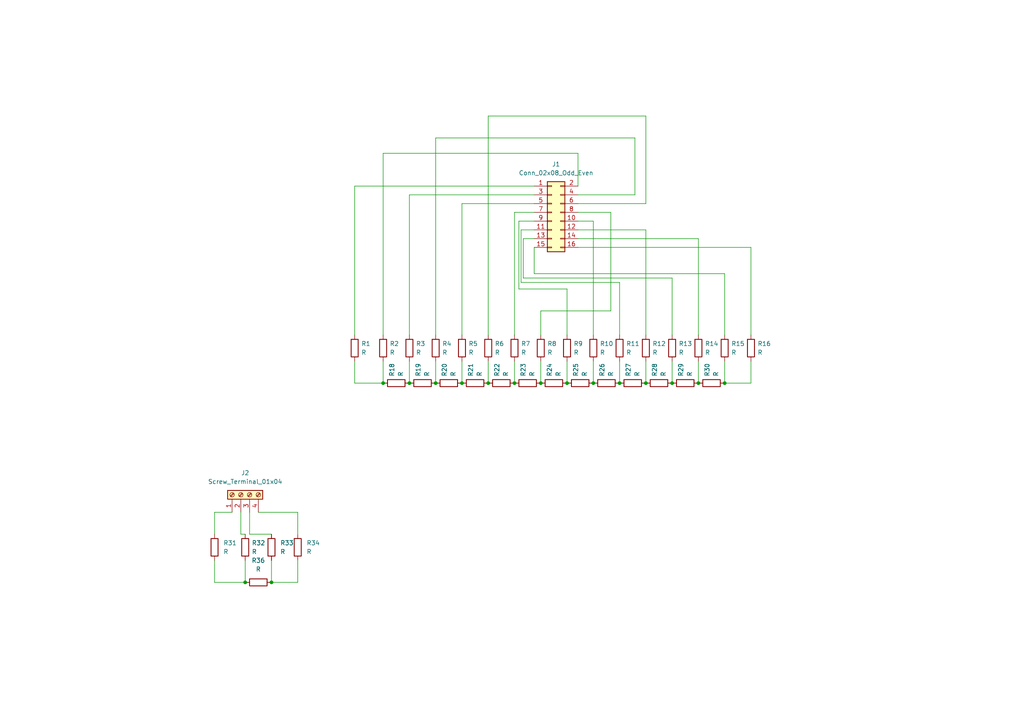
<source format=kicad_sch>
(kicad_sch (version 20231120) (generator "eeschema") (generator_version "8.0")
  (paper "A4")
  (lib_symbols
    (symbol "Connector:Screw_Terminal_01x04" (pin_names (offset 1.016) hide)
      (property "Reference" "J" (at 0 5.08 0))
      (property "Value" "Screw_Terminal_01x04" (at 0 -7.62 0))
      (symbol "Screw_Terminal_01x04_1_1"
        (rectangle (start -1.27 3.81) (end 1.27 -6.35) (stroke (width 0.254)) (fill (type background)))
        (circle (center 0 -5.08) (radius 0.635) (stroke (width 0.1524)))
        (circle (center 0 -2.54) (radius 0.635) (stroke (width 0.1524)))
        (polyline (pts (xy -0.5334 -4.7498) (xy 0.3302 -5.588)) (stroke (width 0.1524)))
        (polyline (pts (xy -0.5334 -2.2098) (xy 0.3302 -3.048)) (stroke (width 0.1524)))
        (polyline (pts (xy -0.5334 0.3302) (xy 0.3302 -0.508)) (stroke (width 0.1524)))
        (polyline (pts (xy -0.5334 2.8702) (xy 0.3302 2.032)) (stroke (width 0.1524)))
        (polyline (pts (xy -0.3556 -4.572) (xy 0.508 -5.4102)) (stroke (width 0.1524)))
        (polyline (pts (xy -0.3556 -2.032) (xy 0.508 -2.8702)) (stroke (width 0.1524)))
        (polyline (pts (xy -0.3556 0.508) (xy 0.508 -0.3302)) (stroke (width 0.1524)))
        (polyline (pts (xy -0.3556 3.048) (xy 0.508 2.2098)) (stroke (width 0.1524)))
        (circle (center 0 0) (radius 0.635) (stroke (width 0.1524)))
        (circle (center 0 2.54) (radius 0.635) (stroke (width 0.1524)))
        (pin passive line (at -5.08 2.54 0) (length 3.81) (name "Pin_1") (number "1"))
        (pin passive line (at -5.08 0 0) (length 3.81) (name "Pin_2") (number "2"))
        (pin passive line (at -5.08 -2.54 0) (length 3.81) (name "Pin_3") (number "3"))
        (pin passive line (at -5.08 -5.08 0) (length 3.81) (name "Pin_4") (number "4"))
      )
    )
    (symbol "Connector_Generic:Conn_02x08_Odd_Even" (pin_names (offset 1.016) hide)
      (property "Reference" "J" (at 1.27 10.16 0))
      (property "Value" "Conn_02x08_Odd_Even" (at 1.27 -12.7 0))
      (symbol "Conn_02x08_Odd_Even_1_1"
        (rectangle (start -1.27 -10.033) (end 0 -10.287) (stroke (width 0.1524)))
        (rectangle (start -1.27 -7.493) (end 0 -7.747) (stroke (width 0.1524)))
        (rectangle (start -1.27 -4.953) (end 0 -5.207) (stroke (width 0.1524)))
        (rectangle (start -1.27 -2.413) (end 0 -2.667) (stroke (width 0.1524)))
        (rectangle (start -1.27 0.127) (end 0 -0.127) (stroke (width 0.1524)))
        (rectangle (start -1.27 2.667) (end 0 2.413) (stroke (width 0.1524)))
        (rectangle (start -1.27 5.207) (end 0 4.953) (stroke (width 0.1524)))
        (rectangle (start -1.27 7.747) (end 0 7.493) (stroke (width 0.1524)))
        (rectangle (start -1.27 8.89) (end 3.81 -11.43) (stroke (width 0.254)) (fill (type background)))
        (rectangle (start 3.81 -10.033) (end 2.54 -10.287) (stroke (width 0.1524)))
        (rectangle (start 3.81 -7.493) (end 2.54 -7.747) (stroke (width 0.1524)))
        (rectangle (start 3.81 -4.953) (end 2.54 -5.207) (stroke (width 0.1524)))
        (rectangle (start 3.81 -2.413) (end 2.54 -2.667) (stroke (width 0.1524)))
        (rectangle (start 3.81 0.127) (end 2.54 -0.127) (stroke (width 0.1524)))
        (rectangle (start 3.81 2.667) (end 2.54 2.413) (stroke (width 0.1524)))
        (rectangle (start 3.81 5.207) (end 2.54 4.953) (stroke (width 0.1524)))
        (rectangle (start 3.81 7.747) (end 2.54 7.493) (stroke (width 0.1524)))
        (pin passive line (at -5.08 7.62 0) (length 3.81) (name "Pin_1") (number "1"))
        (pin passive line (at 7.62 -2.54 180) (length 3.81) (name "Pin_10") (number "10"))
        (pin passive line (at -5.08 -5.08 0) (length 3.81) (name "Pin_11") (number "11"))
        (pin passive line (at 7.62 -5.08 180) (length 3.81) (name "Pin_12") (number "12"))
        (pin passive line (at -5.08 -7.62 0) (length 3.81) (name "Pin_13") (number "13"))
        (pin passive line (at 7.62 -7.62 180) (length 3.81) (name "Pin_14") (number "14"))
        (pin passive line (at -5.08 -10.16 0) (length 3.81) (name "Pin_15") (number "15"))
        (pin passive line (at 7.62 -10.16 180) (length 3.81) (name "Pin_16") (number "16"))
        (pin passive line (at 7.62 7.62 180) (length 3.81) (name "Pin_2") (number "2"))
        (pin passive line (at -5.08 5.08 0) (length 3.81) (name "Pin_3") (number "3"))
        (pin passive line (at 7.62 5.08 180) (length 3.81) (name "Pin_4") (number "4"))
        (pin passive line (at -5.08 2.54 0) (length 3.81) (name "Pin_5") (number "5"))
        (pin passive line (at 7.62 2.54 180) (length 3.81) (name "Pin_6") (number "6"))
        (pin passive line (at -5.08 0 0) (length 3.81) (name "Pin_7") (number "7"))
        (pin passive line (at 7.62 0 180) (length 3.81) (name "Pin_8") (number "8"))
        (pin passive line (at -5.08 -2.54 0) (length 3.81) (name "Pin_9") (number "9"))
      )
    )
    (symbol "Device:R" (pin_numbers hide) (pin_names (offset 0))
      (property "Reference" "R" (at 2.032 0 90))
      (property "Value" "R" (at 0 0 90))
      (symbol "R_0_1"
        (rectangle (start -1.016 -2.54) (end 1.016 2.54) (stroke (width 0.254)))
      )
      (symbol "R_1_1"
        (pin passive line (at 0 3.81 270) (length 1.27) (name "~") (number "1"))
        (pin passive line (at 0 -3.81 90) (length 1.27) (name "~") (number "2"))
      )
    )
  )
  (junction (at 133.985 111.125))
  (junction (at 172.085 111.125))
  (junction (at 126.365 111.125))
  (junction (at 71.12 168.91))
  (junction (at 156.845 111.125))
  (junction (at 78.74 168.91))
  (junction (at 194.945 111.125))
  (junction (at 111.125 111.125))
  (junction (at 210.185 111.125))
  (junction (at 141.605 111.125))
  (junction (at 118.745 111.125))
  (junction (at 179.705 111.125))
  (junction (at 187.325 111.125))
  (junction (at 149.225 111.125))
  (junction (at 164.465 111.125))
  (junction (at 202.565 111.125))
  (wire (pts (xy 202.565 111.125) (xy 202.565 104.775)))
  (wire (pts (xy 150.495 64.135) (xy 150.495 83.82)))
  (wire (pts (xy 62.23 168.91) (xy 62.23 162.56)))
  (wire (pts (xy 102.87 111.125) (xy 102.87 104.775)))
  (wire (pts (xy 149.225 111.125) (xy 149.225 104.775)))
  (wire (pts (xy 86.36 148.59) (xy 74.93 148.59)))
  (wire (pts (xy 154.94 53.975) (xy 102.87 53.975)))
  (wire (pts (xy 179.705 81.915) (xy 179.705 97.155)))
  (wire (pts (xy 167.64 53.975) (xy 167.64 44.45)))
  (wire (pts (xy 164.465 83.82) (xy 164.465 97.155)))
  (wire (pts (xy 141.605 33.655) (xy 141.605 97.155)))
  (wire (pts (xy 154.94 64.135) (xy 150.495 64.135)))
  (wire (pts (xy 172.085 97.155) (xy 172.085 64.135)))
  (wire (pts (xy 102.87 111.125) (xy 111.125 111.125)))
  (wire (pts (xy 154.94 71.755) (xy 154.94 79.375)))
  (wire (pts (xy 167.64 66.675) (xy 187.325 66.675)))
  (wire (pts (xy 217.805 71.755) (xy 217.805 97.155)))
  (wire (pts (xy 210.185 111.125) (xy 217.805 111.125)))
  (wire (pts (xy 78.74 168.91) (xy 86.36 168.91)))
  (wire (pts (xy 154.94 61.595) (xy 149.225 61.595)))
  (wire (pts (xy 62.23 154.94) (xy 62.23 148.59)))
  (wire (pts (xy 154.94 56.515) (xy 118.745 56.515)))
  (wire (pts (xy 187.325 66.675) (xy 187.325 97.155)))
  (wire (pts (xy 154.94 66.675) (xy 151.13 66.675)))
  (wire (pts (xy 156.845 111.125) (xy 156.845 104.775)))
  (wire (pts (xy 167.64 71.755) (xy 217.805 71.755)))
  (wire (pts (xy 118.745 111.125) (xy 118.745 104.775)))
  (wire (pts (xy 86.36 154.94) (xy 86.36 148.59)))
  (wire (pts (xy 69.85 154.94) (xy 71.12 154.94)))
  (wire (pts (xy 210.185 79.375) (xy 210.185 97.155)))
  (wire (pts (xy 187.325 111.125) (xy 187.325 104.775)))
  (wire (pts (xy 167.64 69.215) (xy 202.565 69.215)))
  (wire (pts (xy 194.945 111.125) (xy 194.945 104.775)))
  (wire (pts (xy 167.64 44.45) (xy 111.125 44.45)))
  (wire (pts (xy 151.13 66.675) (xy 151.13 81.915)))
  (wire (pts (xy 141.605 111.125) (xy 141.605 104.775)))
  (wire (pts (xy 167.64 59.055) (xy 187.325 59.055)))
  (wire (pts (xy 210.185 111.125) (xy 210.185 104.775)))
  (wire (pts (xy 133.985 59.055) (xy 133.985 97.155)))
  (wire (pts (xy 164.465 111.125) (xy 164.465 104.775)))
  (wire (pts (xy 78.74 168.91) (xy 78.74 162.56)))
  (wire (pts (xy 154.94 59.055) (xy 133.985 59.055)))
  (wire (pts (xy 111.125 44.45) (xy 111.125 97.155)))
  (wire (pts (xy 126.365 40.005) (xy 126.365 97.155)))
  (wire (pts (xy 177.165 90.17) (xy 156.845 90.17)))
  (wire (pts (xy 62.23 168.91) (xy 71.12 168.91)))
  (wire (pts (xy 118.745 56.515) (xy 118.745 97.155)))
  (wire (pts (xy 151.13 81.915) (xy 179.705 81.915)))
  (wire (pts (xy 71.12 162.56) (xy 71.12 168.91)))
  (wire (pts (xy 202.565 69.215) (xy 202.565 97.155)))
  (wire (pts (xy 217.805 111.125) (xy 217.805 104.775)))
  (wire (pts (xy 167.64 56.515) (xy 184.15 56.515)))
  (wire (pts (xy 154.94 79.375) (xy 210.185 79.375)))
  (wire (pts (xy 151.765 80.645) (xy 194.945 80.645)))
  (wire (pts (xy 194.945 80.645) (xy 194.945 97.155)))
  (wire (pts (xy 184.15 56.515) (xy 184.15 40.005)))
  (wire (pts (xy 184.15 40.005) (xy 126.365 40.005)))
  (wire (pts (xy 111.125 104.775) (xy 111.125 111.125)))
  (wire (pts (xy 172.085 111.125) (xy 172.085 104.775)))
  (wire (pts (xy 151.765 69.215) (xy 151.765 80.645)))
  (wire (pts (xy 126.365 111.125) (xy 126.365 104.775)))
  (wire (pts (xy 150.495 83.82) (xy 164.465 83.82)))
  (wire (pts (xy 154.94 69.215) (xy 151.765 69.215)))
  (wire (pts (xy 86.36 168.91) (xy 86.36 162.56)))
  (wire (pts (xy 187.325 33.655) (xy 141.605 33.655)))
  (wire (pts (xy 72.39 148.59) (xy 72.39 154.94)))
  (wire (pts (xy 102.87 53.975) (xy 102.87 97.155)))
  (wire (pts (xy 177.165 61.595) (xy 177.165 90.17)))
  (wire (pts (xy 167.64 61.595) (xy 177.165 61.595)))
  (wire (pts (xy 156.845 90.17) (xy 156.845 97.155)))
  (wire (pts (xy 62.23 148.59) (xy 67.31 148.59)))
  (wire (pts (xy 172.085 64.135) (xy 167.64 64.135)))
  (wire (pts (xy 179.705 111.125) (xy 179.705 104.775)))
  (wire (pts (xy 133.985 111.125) (xy 133.985 104.775)))
  (wire (pts (xy 187.325 59.055) (xy 187.325 33.655)))
  (wire (pts (xy 69.85 148.59) (xy 69.85 154.94)))
  (wire (pts (xy 149.225 61.595) (xy 149.225 97.155)))
  (wire (pts (xy 72.39 154.94) (xy 78.74 154.94)))
  (symbol (lib_id "Device:R") (at 71.12 158.75 0) (unit 1)
    (property "Reference" "R32" (at 73.025 157.48 0) (effects (justify left)))
    (property "Value" "R" (at 73.025 160.02 0) (effects (justify left)))
    (property "Footprint" "Resistor_THT:R_Axial_DIN0207_L6.3mm_D2.5mm_P7.62mm_Horizontal" (effects (hide yes)))
  )
  (symbol (lib_id "Connector_Generic:Conn_02x08_Odd_Even") (at 160.02 61.595 0) (unit 1)
    (property "Reference" "J1" (at 161.29 47.625 0))
    (property "Value" "Conn_02x08_Odd_Even" (at 161.29 50.165 0))
    (property "Footprint" "Connector_IDC:IDC-Header_2x08_P2.54mm_Vertical" (effects (hide yes)))
  )
  (symbol (lib_id "Device:R") (at 198.755 111.125 90) (unit 1)
    (property "Reference" "R29" (at 197.485 109.22 0) (effects (justify left)))
    (property "Value" "R" (at 200.025 109.22 0) (effects (justify left)))
    (property "Footprint" "Resistor_THT:R_Axial_DIN0207_L6.3mm_D2.5mm_P7.62mm_Horizontal" (effects (hide yes)))
  )
  (symbol (lib_id "Device:R") (at 217.805 100.965 0) (unit 1)
    (property "Reference" "R16" (at 219.71 99.695 0) (effects (justify left)))
    (property "Value" "R" (at 219.71 102.235 0) (effects (justify left)))
    (property "Footprint" "Resistor_THT:R_Axial_DIN0207_L6.3mm_D2.5mm_P7.62mm_Horizontal" (effects (hide yes)))
  )
  (symbol (lib_id "Device:R") (at 130.175 111.125 90) (unit 1)
    (property "Reference" "R20" (at 128.905 109.22 0) (effects (justify left)))
    (property "Value" "R" (at 131.445 109.22 0) (effects (justify left)))
    (property "Footprint" "Resistor_THT:R_Axial_DIN0207_L6.3mm_D2.5mm_P7.62mm_Horizontal" (effects (hide yes)))
  )
  (symbol (lib_id "Device:R") (at 179.705 100.965 0) (unit 1)
    (property "Reference" "R11" (at 181.61 99.695 0) (effects (justify left)))
    (property "Value" "R" (at 181.61 102.235 0) (effects (justify left)))
    (property "Footprint" "Resistor_THT:R_Axial_DIN0207_L6.3mm_D2.5mm_P7.62mm_Horizontal" (effects (hide yes)))
  )
  (symbol (lib_id "Device:R") (at 156.845 100.965 0) (unit 1)
    (property "Reference" "R8" (at 158.75 99.695 0) (effects (justify left)))
    (property "Value" "R" (at 158.75 102.235 0) (effects (justify left)))
    (property "Footprint" "Resistor_THT:R_Axial_DIN0207_L6.3mm_D2.5mm_P7.62mm_Horizontal" (effects (hide yes)))
  )
  (symbol (lib_id "Device:R") (at 172.085 100.965 0) (unit 1)
    (property "Reference" "R10" (at 173.99 99.695 0) (effects (justify left)))
    (property "Value" "R" (at 173.99 102.235 0) (effects (justify left)))
    (property "Footprint" "Resistor_THT:R_Axial_DIN0207_L6.3mm_D2.5mm_P7.62mm_Horizontal" (effects (hide yes)))
  )
  (symbol (lib_id "Device:R") (at 133.985 100.965 0) (unit 1)
    (property "Reference" "R5" (at 135.89 99.695 0) (effects (justify left)))
    (property "Value" "R" (at 135.89 102.235 0) (effects (justify left)))
    (property "Footprint" "Resistor_THT:R_Axial_DIN0207_L6.3mm_D2.5mm_P7.62mm_Horizontal" (effects (hide yes)))
  )
  (symbol (lib_id "Device:R") (at 126.365 100.965 0) (unit 1)
    (property "Reference" "R4" (at 128.27 99.695 0) (effects (justify left)))
    (property "Value" "R" (at 128.27 102.235 0) (effects (justify left)))
    (property "Footprint" "Resistor_THT:R_Axial_DIN0207_L6.3mm_D2.5mm_P7.62mm_Horizontal" (effects (hide yes)))
  )
  (symbol (lib_id "Device:R") (at 62.23 158.75 0) (unit 1)
    (property "Reference" "R31" (at 64.77 157.4799 0) (effects (justify left)))
    (property "Value" "R" (at 64.77 160.0199 0) (effects (justify left)))
    (property "Footprint" "Resistor_THT:R_Axial_DIN0207_L6.3mm_D2.5mm_P7.62mm_Horizontal" (effects (hide yes)))
  )
  (symbol (lib_id "Device:R") (at 118.745 100.965 0) (unit 1)
    (property "Reference" "R3" (at 120.65 99.695 0) (effects (justify left)))
    (property "Value" "R" (at 120.65 102.235 0) (effects (justify left)))
    (property "Footprint" "Resistor_THT:R_Axial_DIN0207_L6.3mm_D2.5mm_P7.62mm_Horizontal" (effects (hide yes)))
  )
  (symbol (lib_id "Device:R") (at 78.74 158.75 0) (unit 1)
    (property "Reference" "R33" (at 81.28 157.4799 0) (effects (justify left)))
    (property "Value" "R" (at 81.28 160.0199 0) (effects (justify left)))
    (property "Footprint" "Resistor_THT:R_Axial_DIN0207_L6.3mm_D2.5mm_P7.62mm_Horizontal" (effects (hide yes)))
  )
  (symbol (lib_id "Device:R") (at 153.035 111.125 90) (unit 1)
    (property "Reference" "R23" (at 151.765 109.22 0) (effects (justify left)))
    (property "Value" "R" (at 154.305 109.22 0) (effects (justify left)))
    (property "Footprint" "Resistor_THT:R_Axial_DIN0207_L6.3mm_D2.5mm_P7.62mm_Horizontal" (effects (hide yes)))
  )
  (symbol (lib_id "Device:R") (at 149.225 100.965 0) (unit 1)
    (property "Reference" "R7" (at 151.13 99.695 0) (effects (justify left)))
    (property "Value" "R" (at 151.13 102.235 0) (effects (justify left)))
    (property "Footprint" "Resistor_THT:R_Axial_DIN0207_L6.3mm_D2.5mm_P7.62mm_Horizontal" (effects (hide yes)))
  )
  (symbol (lib_id "Device:R") (at 194.945 100.965 0) (unit 1)
    (property "Reference" "R13" (at 196.85 99.695 0) (effects (justify left)))
    (property "Value" "R" (at 196.85 102.235 0) (effects (justify left)))
    (property "Footprint" "Resistor_THT:R_Axial_DIN0207_L6.3mm_D2.5mm_P7.62mm_Horizontal" (effects (hide yes)))
  )
  (symbol (lib_id "Device:R") (at 206.375 111.125 90) (unit 1)
    (property "Reference" "R30" (at 205.105 109.22 0) (effects (justify left)))
    (property "Value" "R" (at 207.645 109.22 0) (effects (justify left)))
    (property "Footprint" "Resistor_THT:R_Axial_DIN0207_L6.3mm_D2.5mm_P7.62mm_Horizontal" (effects (hide yes)))
  )
  (symbol (lib_id "Device:R") (at 210.185 100.965 0) (unit 1)
    (property "Reference" "R15" (at 212.09 99.695 0) (effects (justify left)))
    (property "Value" "R" (at 212.09 102.235 0) (effects (justify left)))
    (property "Footprint" "Resistor_THT:R_Axial_DIN0207_L6.3mm_D2.5mm_P7.62mm_Horizontal" (effects (hide yes)))
  )
  (symbol (lib_id "Device:R") (at 137.795 111.125 90) (unit 1)
    (property "Reference" "R21" (at 136.525 109.22 0) (effects (justify left)))
    (property "Value" "R" (at 139.065 109.22 0) (effects (justify left)))
    (property "Footprint" "Resistor_THT:R_Axial_DIN0207_L6.3mm_D2.5mm_P7.62mm_Horizontal" (effects (hide yes)))
  )
  (symbol (lib_id "Connector:Screw_Terminal_01x04") (at 69.85 143.51 90) (unit 1)
    (property "Reference" "J2" (at 71.12 137.16 90))
    (property "Value" "Screw_Terminal_01x04" (at 71.12 139.7 90))
    (property "Footprint" "TerminalBlock_Phoenix:TerminalBlock_Phoenix_MKDS-3-4-5.08_1x04_P5.08mm_Horizontal" (effects (hide yes)))
    (property "Description" "Generic screw terminal, single row, 01x04, script generated (kicad-library-utils/schlib/autogen/connector/)" (effects (hide yes)))
  )
  (symbol (lib_id "Device:R") (at 111.125 100.965 0) (unit 1)
    (property "Reference" "R2" (at 113.03 99.695 0) (effects (justify left)))
    (property "Value" "R" (at 113.03 102.235 0) (effects (justify left)))
    (property "Footprint" "Resistor_THT:R_Axial_DIN0207_L6.3mm_D2.5mm_P7.62mm_Horizontal" (effects (hide yes)))
  )
  (symbol (lib_id "Device:R") (at 102.87 100.965 0) (unit 1)
    (property "Reference" "R1" (at 104.775 99.695 0) (effects (justify left)))
    (property "Value" "R" (at 104.775 102.235 0) (effects (justify left)))
    (property "Footprint" "Resistor_THT:R_Axial_DIN0207_L6.3mm_D2.5mm_P7.62mm_Horizontal" (effects (hide yes)))
  )
  (symbol (lib_id "Device:R") (at 183.515 111.125 90) (unit 1)
    (property "Reference" "R27" (at 182.245 109.22 0) (effects (justify left)))
    (property "Value" "R" (at 184.785 109.22 0) (effects (justify left)))
    (property "Footprint" "Resistor_THT:R_Axial_DIN0207_L6.3mm_D2.5mm_P7.62mm_Horizontal" (effects (hide yes)))
  )
  (symbol (lib_id "Device:R") (at 168.275 111.125 90) (unit 1)
    (property "Reference" "R25" (at 167.005 109.22 0) (effects (justify left)))
    (property "Value" "R" (at 169.545 109.22 0) (effects (justify left)))
    (property "Footprint" "Resistor_THT:R_Axial_DIN0207_L6.3mm_D2.5mm_P7.62mm_Horizontal" (effects (hide yes)))
  )
  (symbol (lib_id "Device:R") (at 74.93 168.91 90) (unit 1)
    (property "Reference" "R36" (at 74.93 162.56 90))
    (property "Value" "R" (at 74.93 165.1 90))
    (property "Footprint" "Resistor_THT:R_Axial_DIN0207_L6.3mm_D2.5mm_P7.62mm_Horizontal" (effects (hide yes)))
  )
  (symbol (lib_id "Device:R") (at 175.895 111.125 90) (unit 1)
    (property "Reference" "R26" (at 174.625 109.22 0) (effects (justify left)))
    (property "Value" "R" (at 177.165 109.22 0) (effects (justify left)))
    (property "Footprint" "Resistor_THT:R_Axial_DIN0207_L6.3mm_D2.5mm_P7.62mm_Horizontal" (effects (hide yes)))
  )
  (symbol (lib_id "Device:R") (at 114.935 111.125 90) (unit 1)
    (property "Reference" "R18" (at 113.665 109.22 0) (effects (justify left)))
    (property "Value" "R" (at 116.205 109.22 0) (effects (justify left)))
    (property "Footprint" "Resistor_THT:R_Axial_DIN0207_L6.3mm_D2.5mm_P7.62mm_Horizontal" (effects (hide yes)))
  )
  (symbol (lib_id "Device:R") (at 122.555 111.125 90) (unit 1)
    (property "Reference" "R19" (at 121.285 109.22 0) (effects (justify left)))
    (property "Value" "R" (at 123.825 109.22 0) (effects (justify left)))
    (property "Footprint" "Resistor_THT:R_Axial_DIN0207_L6.3mm_D2.5mm_P7.62mm_Horizontal" (effects (hide yes)))
  )
  (symbol (lib_id "Device:R") (at 191.135 111.125 90) (unit 1)
    (property "Reference" "R28" (at 189.865 109.22 0) (effects (justify left)))
    (property "Value" "R" (at 192.405 109.22 0) (effects (justify left)))
    (property "Footprint" "Resistor_THT:R_Axial_DIN0207_L6.3mm_D2.5mm_P7.62mm_Horizontal" (effects (hide yes)))
  )
  (symbol (lib_id "Device:R") (at 86.36 158.75 0) (unit 1)
    (property "Reference" "R34" (at 88.9 157.4799 0) (effects (justify left)))
    (property "Value" "R" (at 88.9 160.0199 0) (effects (justify left)))
    (property "Footprint" "Resistor_THT:R_Axial_DIN0207_L6.3mm_D2.5mm_P7.62mm_Horizontal" (effects (hide yes)))
  )
  (symbol (lib_id "Device:R") (at 141.605 100.965 0) (unit 1)
    (property "Reference" "R6" (at 143.51 99.695 0) (effects (justify left)))
    (property "Value" "R" (at 143.51 102.235 0) (effects (justify left)))
    (property "Footprint" "Resistor_THT:R_Axial_DIN0207_L6.3mm_D2.5mm_P7.62mm_Horizontal" (effects (hide yes)))
  )
  (symbol (lib_id "Device:R") (at 202.565 100.965 0) (unit 1)
    (property "Reference" "R14" (at 204.47 99.695 0) (effects (justify left)))
    (property "Value" "R" (at 204.47 102.235 0) (effects (justify left)))
    (property "Footprint" "Resistor_THT:R_Axial_DIN0207_L6.3mm_D2.5mm_P7.62mm_Horizontal" (effects (hide yes)))
  )
  (symbol (lib_id "Device:R") (at 164.465 100.965 0) (unit 1)
    (property "Reference" "R9" (at 166.37 99.695 0) (effects (justify left)))
    (property "Value" "R" (at 166.37 102.235 0) (effects (justify left)))
    (property "Footprint" "Resistor_THT:R_Axial_DIN0207_L6.3mm_D2.5mm_P7.62mm_Horizontal" (effects (hide yes)))
  )
  (symbol (lib_id "Device:R") (at 145.415 111.125 90) (unit 1)
    (property "Reference" "R22" (at 144.145 109.22 0) (effects (justify left)))
    (property "Value" "R" (at 146.685 109.22 0) (effects (justify left)))
    (property "Footprint" "Resistor_THT:R_Axial_DIN0207_L6.3mm_D2.5mm_P7.62mm_Horizontal" (effects (hide yes)))
  )
  (symbol (lib_id "Device:R") (at 160.655 111.125 90) (unit 1)
    (property "Reference" "R24" (at 159.385 109.22 0) (effects (justify left)))
    (property "Value" "R" (at 161.925 109.22 0) (effects (justify left)))
    (property "Footprint" "Resistor_THT:R_Axial_DIN0207_L6.3mm_D2.5mm_P7.62mm_Horizontal" (effects (hide yes)))
  )
  (symbol (lib_id "Device:R") (at 187.325 100.965 0) (unit 1)
    (property "Reference" "R12" (at 189.23 99.695 0) (effects (justify left)))
    (property "Value" "R" (at 189.23 102.235 0) (effects (justify left)))
    (property "Footprint" "Resistor_THT:R_Axial_DIN0207_L6.3mm_D2.5mm_P7.62mm_Horizontal" (effects (hide yes)))
  )
)
</source>
